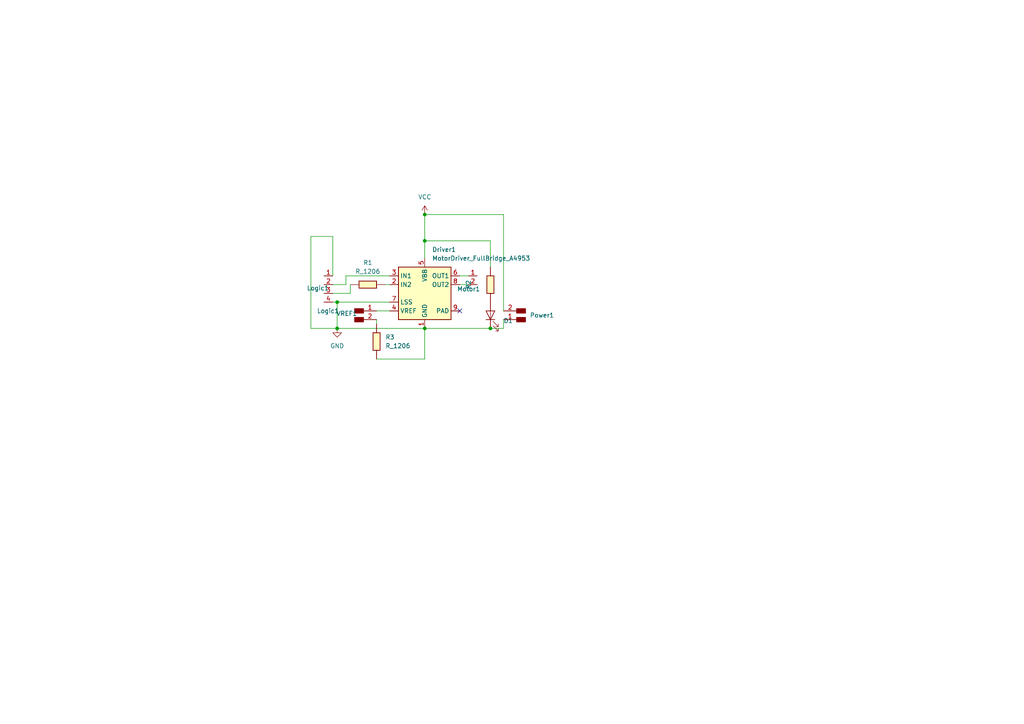
<source format=kicad_sch>
(kicad_sch (version 20250114) (generator "eeschema") (generator_version "9.0")
  (paper "A4")
  (lib_symbols
    (symbol "Fab Academy 2025:LED_1206" (pin_numbers (hide yes)) (pin_names (offset 1.016) (hide yes))
      (property "Reference" "D" (at 0 2.54 0))
      (property "Value" "LED_1206" (at 0 -2.54 0))
      (symbol "LED_1206_0_1"
        (polyline (pts (xy -3.048 -0.762) (xy -4.572 -2.286) (xy -3.81 -2.286) (xy -4.572 -2.286) (xy -4.572 -1.524)))
        (polyline (pts (xy -1.778 -0.762) (xy -3.302 -2.286) (xy -2.54 -2.286) (xy -3.302 -2.286) (xy -3.302 -1.524)))
        (polyline (pts (xy -1.27 0) (xy 1.27 0)))
        (polyline (pts (xy -1.27 -1.27) (xy -1.27 1.27)) (stroke (width 0.2032)))
        (polyline (pts (xy 1.27 -1.27) (xy 1.27 1.27) (xy -1.27 0) (xy 1.27 -1.27)) (stroke (width 0.2032)))
      )
      (symbol "LED_1206_1_1"
        (pin passive line (at -3.81 0 0) (length 2.54) (name "K") (number "1"))
        (pin passive line (at 3.81 0 180) (length 2.54) (name "A") (number "2"))
      )
    )
    (symbol "Fab Academy 2025:MotorDriver_FullBridge_A4953"
      (property "Reference" "U" (at -7.62 8.89 0))
      (property "Value" "MotorDriver_FullBridge_A4953" (at 1.27 8.89 0))
      (symbol "MotorDriver_FullBridge_A4953_0_1"
        (rectangle (start -7.62 7.62) (end 7.62 -7.62) (stroke (width 0.254)) (fill (type background)))
      )
      (symbol "MotorDriver_FullBridge_A4953_1_1"
        (pin input line (at -10.16 5.08 0) (length 2.54) (name "IN1") (number "3"))
        (pin input line (at -10.16 2.54 0) (length 2.54) (name "IN2") (number "2"))
        (pin input line (at -10.16 -2.54 0) (length 2.54) (name "LSS") (number "7"))
        (pin input line (at -10.16 -5.08 0) (length 2.54) (name "VREF") (number "4"))
        (pin power_in line (at 0 10.16 270) (length 2.54) (name "VBB") (number "5"))
        (pin power_in line (at 0 -10.16 90) (length 2.54) (name "GND") (number "1"))
        (pin output line (at 10.16 5.08 180) (length 2.54) (name "OUT1") (number "6"))
        (pin output line (at 10.16 2.54 180) (length 2.54) (name "OUT2") (number "8"))
        (pin passive line (at 10.16 -5.08 180) (length 2.54) (name "PAD") (number "9"))
      )
    )
    (symbol "Fab Academy 2025:PinHeader_01x02_P2.54mm_Vertical_THT_D1mm" (pin_names (hide yes))
      (property "Reference" "J" (at 0 2.54 0))
      (property "Value" "PinHeader_01x02_P2.54mm_Vertical_THT_D1mm" (at 0 -5.08 0))
      (symbol "PinHeader_01x02_P2.54mm_Vertical_THT_D1mm_1_1"
        (rectangle (start -1.27 0.635) (end 1.27 -0.635) (stroke (width 0.254)) (fill (type outline)))
        (rectangle (start -1.27 -1.905) (end 1.27 -3.175) (stroke (width 0.254)) (fill (type outline)))
        (pin passive line (at 5.08 0 180) (length 3.81) (name "Pin_1") (number "1"))
        (pin passive line (at 5.08 -2.54 180) (length 3.81) (name "Pin_2") (number "2"))
      )
    )
    (symbol "Fab Academy 2025:PinSocket_01x02_P2.54mm_Horizontal_SMD"
      (property "Reference" "J" (at 0 5.08 0))
      (property "Value" "PinSocket_01x02_P2.54mm_Horizontal_SMD" (at 0 -3.81 0))
      (symbol "PinSocket_01x02_P2.54mm_Horizontal_SMD_0_0"
        (polyline (pts (xy -2.286 -7.366) (xy -2.286 -7.366)))
      )
      (symbol "PinSocket_01x02_P2.54mm_Horizontal_SMD_1_1"
        (pin passive line (at -2.54 1.27 0) (length 2.54) (name "") (number "1"))
        (pin passive line (at -2.54 -1.27 0) (length 2.54) (name "") (number "2"))
      )
    )
    (symbol "Fab Academy 2025:PinSocket_01x04_P2.54mm_Horizontal_SMD"
      (property "Reference" "J" (at 0 7.62 0))
      (property "Value" "PinSocket_01x04_P2.54mm_Horizontal_SMD" (at 0 -6.35 0))
      (symbol "PinSocket_01x04_P2.54mm_Horizontal_SMD_0_0"
        (polyline (pts (xy -2.286 -3.556) (xy -2.286 -3.556)))
      )
      (symbol "PinSocket_01x04_P2.54mm_Horizontal_SMD_1_1"
        (pin passive line (at -2.54 3.81 0) (length 2.54) (name "") (number "1"))
        (pin passive line (at -2.54 1.27 0) (length 2.54) (name "") (number "2"))
        (pin passive line (at -2.54 -1.27 0) (length 2.54) (name "") (number "3"))
        (pin passive line (at -2.54 -3.81 0) (length 2.54) (name "") (number "4"))
      )
    )
    (symbol "Fab Academy 2025:R_1206" (pin_numbers (hide yes)) (pin_names (offset 0))
      (property "Reference" "R" (at 2.54 0 90))
      (property "Value" "R_1206" (at -2.54 0 90))
      (symbol "R_1206_0_1"
        (rectangle (start -1.016 -2.54) (end 1.016 2.54) (stroke (width 0.254)) (fill (type background)))
      )
      (symbol "R_1206_1_1"
        (pin passive line (at 0 5.08 270) (length 2.54) (name "~") (number "1"))
        (pin passive line (at 0 -5.08 90) (length 2.54) (name "~") (number "2"))
      )
    )
    (symbol "power:GND" (power) (pin_numbers (hide yes)) (pin_names (offset 0) (hide yes))
      (property "Value" "GND" (at 0 -3.81 0))
      (symbol "GND_0_1"
        (polyline (pts (xy 0 0) (xy 0 -1.27) (xy 1.27 -1.27) (xy 0 -2.54) (xy -1.27 -1.27) (xy 0 -1.27)))
      )
      (symbol "GND_1_1"
        (pin power_in line (at 0 0 270) (length 0) (name "~") (number "1"))
      )
    )
    (symbol "power:VCC" (power) (pin_numbers (hide yes)) (pin_names (offset 0) (hide yes))
      (property "Value" "VCC" (at 0 3.556 0))
      (symbol "VCC_0_1"
        (polyline (pts (xy -0.762 1.27) (xy 0 2.54)))
        (polyline (pts (xy 0 2.54) (xy 0.762 1.27)))
        (polyline (pts (xy 0 0) (xy 0 2.54)))
      )
      (symbol "VCC_1_1"
        (pin power_in line (at 0 0 90) (length 0) (name "~") (number "1"))
      )
    )
  )
  (junction (at 123.19 62.23))
  (junction (at 97.79 95.25))
  (junction (at 123.19 69.85))
  (junction (at 97.79 87.63))
  (junction (at 123.19 95.25))
  (junction (at 142.24 95.25))
  (no_connect (at 133.35 90.17))
  (wire (pts (xy 96.52 87.63) (xy 97.79 87.63)))
  (wire (pts (xy 142.24 95.25) (xy 146.05 95.25)))
  (wire (pts (xy 96.52 85.09) (xy 101.6 85.09)))
  (wire (pts (xy 123.19 95.25) (xy 142.24 95.25)))
  (wire (pts (xy 111.76 82.55) (xy 113.03 82.55)))
  (wire (pts (xy 109.22 90.17) (xy 113.03 90.17)))
  (wire (pts (xy 90.17 68.58) (xy 90.17 95.25)))
  (wire (pts (xy 101.6 85.09) (xy 101.6 82.55)))
  (wire (pts (xy 109.22 93.98) (xy 109.22 92.71)))
  (wire (pts (xy 100.33 80.01) (xy 113.03 80.01)))
  (wire (pts (xy 96.52 80.01) (xy 96.52 68.58)))
  (wire (pts (xy 100.33 82.55) (xy 100.33 80.01)))
  (wire (pts (xy 133.35 82.55) (xy 135.89 82.55)))
  (wire (pts (xy 123.19 69.85) (xy 123.19 74.93)))
  (wire (pts (xy 133.35 80.01) (xy 135.89 80.01)))
  (wire (pts (xy 142.24 77.47) (xy 142.24 69.85)))
  (wire (pts (xy 123.19 62.23) (xy 146.05 62.23)))
  (wire (pts (xy 146.05 95.25) (xy 146.05 92.71)))
  (wire (pts (xy 142.24 69.85) (xy 123.19 69.85)))
  (wire (pts (xy 97.79 87.63) (xy 97.79 95.25)))
  (wire (pts (xy 123.19 62.23) (xy 123.19 69.85)))
  (wire (pts (xy 109.22 104.14) (xy 123.19 104.14)))
  (wire (pts (xy 90.17 95.25) (xy 97.79 95.25)))
  (wire (pts (xy 97.79 87.63) (xy 113.03 87.63)))
  (wire (pts (xy 123.19 104.14) (xy 123.19 95.25)))
  (wire (pts (xy 146.05 90.17) (xy 146.05 62.23)))
  (wire (pts (xy 97.79 95.25) (xy 123.19 95.25)))
  (wire (pts (xy 96.52 68.58) (xy 90.17 68.58)))
  (wire (pts (xy 96.52 82.55) (xy 100.33 82.55)))
  (symbol (lib_id "power:GND") (at 97.79 95.25 0) (unit 1)
    (property "Reference" "#PWR01" (effects (hide yes)))
    (property "Value" "GND" (at 97.79 100.33 0))
    (property "Description" "Power symbol creates a global label with name \"GND\" , ground" (effects (hide yes)))
  )
  (symbol (lib_id "Fab Academy 2025:PinHeader_01x02_P2.54mm_Vertical_THT_D1mm") (at 151.13 92.71 180) (unit 1)
    (property "Reference" "Power1" (at 153.67 91.4399 0) (effects (justify right)))
    (property "Value" "PinHeader_01x02_P2.54mm_Vertical_THT_D1mm" (effects (hide yes)))
    (property "Footprint" "Fab Academy 2025:PinSocket_01x02_P2.54mm_Horizontal_SMD" (effects (hide yes)))
    (property "Description" "Male connector, single row" (effects (hide yes)))
  )
  (symbol (lib_id "Fab Academy 2025:PinSocket_01x04_P2.54mm_Horizontal_SMD") (at 93.98 83.82 0) (mirror y) (unit 1)
    (property "Reference" "Logic1" (at 92.202 83.566 0))
    (property "Value" "Logic1" (at 95.123 90.17 0))
    (property "Footprint" "Fab Academy 2025:PinSocket_01x04_P2.54mm_Horizontal_SMD" (effects (hide yes)))
    (property "Datasheet" "https://gct.co/files/specs/2.54mm-socket-spec.pdf" (effects (hide yes)))
    (property "Description" "Horizontal SMD 2.54mm pitch pin socket connector" (effects (hide yes)))
  )
  (symbol (lib_id "Fab Academy 2025:PinSocket_01x02_P2.54mm_Horizontal_SMD") (at 138.43 81.28 0) (unit 1)
    (property "Reference" "Motor1" (at 132.588 83.82 0) (effects (justify left)))
    (property "Value" "PinSocket_01x02_P2.54mm_Horizontal_SMD" (effects (hide yes)))
    (property "Footprint" "Fab Academy 2025:PinSocket_01x02_P2.54mm_Horizontal_SMD" (effects (hide yes)))
    (property "Datasheet" "https://gct.co/files/specs/2.54mm-socket-spec.pdf" (effects (hide yes)))
    (property "Description" "Horizontal SMD 2.54mm pitch pin socket connector" (effects (hide yes)))
  )
  (symbol (lib_id "power:VCC") (at 123.19 62.23 0) (unit 1)
    (property "Reference" "#PWR02" (effects (hide yes)))
    (property "Value" "VCC" (at 123.19 57.15 0))
    (property "Description" "Power symbol creates a global label with name \"VCC\"" (effects (hide yes)))
  )
  (symbol (lib_id "Fab Academy 2025:PinHeader_01x02_P2.54mm_Vertical_THT_D1mm") (at 104.14 90.17 0) (unit 1)
    (property "Reference" "VREF1" (at 100.584 90.932 0))
    (property "Value" "PinHeader_01x02_P2.54mm_Vertical_THT_D1mm" (effects (hide yes)))
    (property "Footprint" "Fab Academy 2025:PinSocket_01x02_P2.54mm_Horizontal_SMD" (effects (hide yes)))
    (property "Description" "Male connector, single row" (effects (hide yes)))
  )
  (symbol (lib_id "Fab Academy 2025:MotorDriver_FullBridge_A4953") (at 123.19 85.09 0) (unit 1)
    (property "Reference" "Driver1" (at 125.3333 72.39 0) (effects (justify left)))
    (property "Value" "MotorDriver_FullBridge_A4953" (at 125.3333 74.93 0) (effects (justify left)))
    (property "Footprint" "Fab Academy 2025:MotorDriver_BLDC_Allegro_A4949GLJTR-6-T" (effects (hide yes)))
    (property "Datasheet" "https://www.allegromicro.com/~/media/Files/Datasheets/A4952-3-Datasheet.ashx" (effects (hide yes)))
    (property "Description" "Motor Driver, 40V, 2A, Full-Bridge, DMOS PWM, SOIC-8, Exposed Pad" (effects (hide yes)))
  )
  (symbol (lib_id "Fab Academy 2025:R_1206") (at 109.22 99.06 180) (unit 1)
    (property "Reference" "R3" (at 111.76 97.7899 0) (effects (justify right)))
    (property "Value" "R_1206" (at 111.76 100.3299 0) (effects (justify right)))
    (property "Footprint" "Fab Academy 2025:R_1206" (effects (hide yes)))
    (property "Description" "Resistor" (effects (hide yes)))
  )
  (symbol (lib_id "Fab Academy 2025:R_1206") (at 106.68 82.55 90) (unit 1)
    (property "Reference" "R1" (at 106.68 76.2 90))
    (property "Value" "R_1206" (at 106.68 78.74 90))
    (property "Footprint" "Fab Academy 2025:R_1206" (effects (hide yes)))
    (property "Description" "Resistor" (effects (hide yes)))
  )
  (symbol (lib_id "Fab Academy 2025:LED_1206") (at 142.24 91.44 90) (unit 1)
    (property "Reference" "D1" (at 146.05 93.0401 90) (effects (justify right)))
    (property "Value" "LED_1206" (effects (hide yes)))
    (property "Footprint" "Fab Academy 2025:LED_1206" (effects (hide yes)))
    (property "Datasheet" "https://optoelectronics.liteon.com/upload/download/DS-22-98-0002/LTST-C150CKT.pdf" (effects (hide yes)))
    (property "Description" "Light emitting diode, Lite-On Inc. LTST, SMD" (effects (hide yes)))
  )
  (symbol (lib_id "Fab Academy 2025:R_1206") (at 142.24 82.55 180) (unit 1)
    (property "Reference" "R2" (at 135.89 82.55 90))
    (property "Value" "R_1206" (effects (hide yes)))
    (property "Footprint" "Fab Academy 2025:R_1206" (effects (hide yes)))
    (property "Description" "Resistor" (effects (hide yes)))
  )
)
</source>
